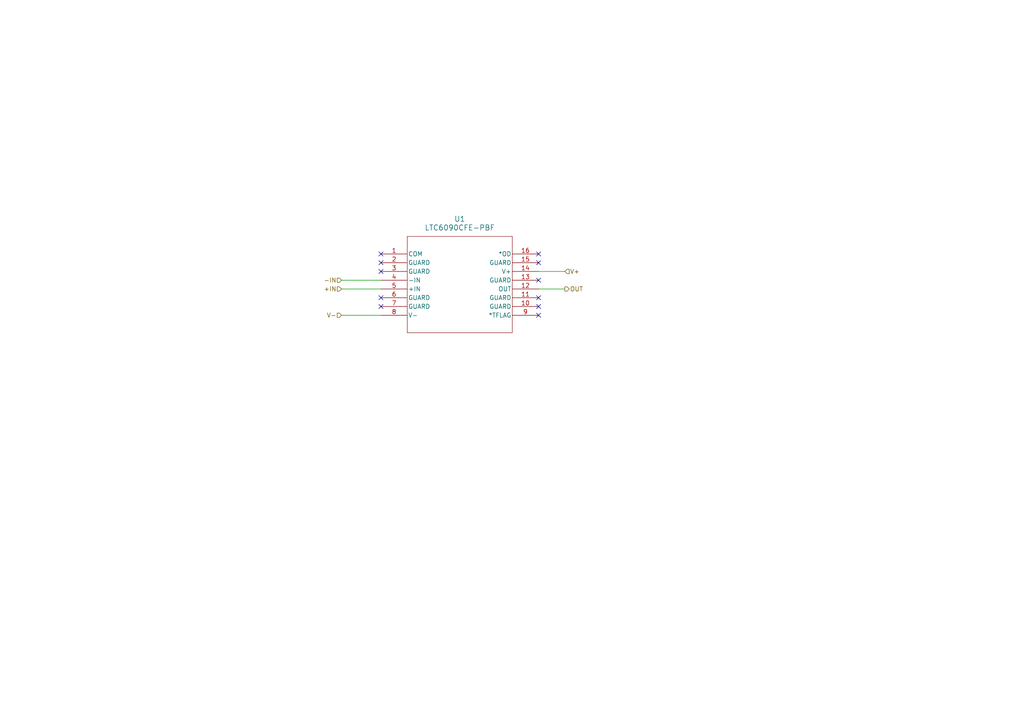
<source format=kicad_sch>
(kicad_sch (version 20231120) (generator "eeschema") (generator_version "8.0")
  (paper "A4")
  (lib_symbols
    (symbol "LTC6090CFE_PBF:LTC6090CFE-PBF" (pin_names (offset 0.254))
      (property "Reference" "U" (at 22.86 10.16 0))
      (property "Value" "LTC6090CFE-PBF" (at 22.86 7.62 0))
      (symbol "LTC6090CFE-PBF_0_1"
        (polyline (pts (xy 7.62 -22.86) (xy 38.1 -22.86)) (stroke (width 0.127)))
        (polyline (pts (xy 7.62 5.08) (xy 7.62 -22.86)) (stroke (width 0.127)))
        (polyline (pts (xy 38.1 -22.86) (xy 38.1 5.08)) (stroke (width 0.127)))
        (polyline (pts (xy 38.1 5.08) (xy 7.62 5.08)) (stroke (width 0.127)))
        (pin unspecified line (at 0 0 0) (length 7.62) (name "COM") (number "1"))
        (pin unspecified line (at 45.72 -15.24 180) (length 7.62) (name "GUARD") (number "10"))
        (pin unspecified line (at 45.72 -12.7 180) (length 7.62) (name "GUARD") (number "11"))
        (pin output line (at 45.72 -10.16 180) (length 7.62) (name "OUT") (number "12"))
        (pin unspecified line (at 45.72 -7.62 180) (length 7.62) (name "GUARD") (number "13"))
        (pin power_in line (at 45.72 -5.08 180) (length 7.62) (name "V+") (number "14"))
        (pin unspecified line (at 45.72 -2.54 180) (length 7.62) (name "GUARD") (number "15"))
        (pin output line (at 45.72 0 180) (length 7.62) (name "*OD") (number "16"))
        (pin unspecified line (at 0 -2.54 0) (length 7.62) (name "GUARD") (number "2"))
        (pin unspecified line (at 0 -5.08 0) (length 7.62) (name "GUARD") (number "3"))
        (pin input line (at 0 -7.62 0) (length 7.62) (name "-IN") (number "4"))
        (pin input line (at 0 -10.16 0) (length 7.62) (name "+IN") (number "5"))
        (pin unspecified line (at 0 -12.7 0) (length 7.62) (name "GUARD") (number "6"))
        (pin unspecified line (at 0 -15.24 0) (length 7.62) (name "GUARD") (number "7"))
        (pin power_in line (at 0 -17.78 0) (length 7.62) (name "V-") (number "8"))
        (pin output line (at 45.72 -17.78 180) (length 7.62) (name "*TFLAG") (number "9"))
      )
    )
  )
  (no_connect (at 110.49 73.66))
  (no_connect (at 110.49 78.74))
  (no_connect (at 110.49 88.9))
  (no_connect (at 156.21 88.9))
  (no_connect (at 156.21 73.66))
  (no_connect (at 156.21 91.44))
  (no_connect (at 156.21 86.36))
  (no_connect (at 110.49 86.36))
  (no_connect (at 156.21 81.28))
  (no_connect (at 110.49 76.2))
  (no_connect (at 156.21 76.2))
  (wire (pts (xy 99.06 81.28) (xy 110.49 81.28)))
  (wire (pts (xy 156.21 83.82) (xy 163.83 83.82)))
  (wire (pts (xy 99.06 91.44) (xy 110.49 91.44)))
  (wire (pts (xy 99.06 83.82) (xy 110.49 83.82)))
  (wire (pts (xy 156.21 78.74) (xy 163.83 78.74)))
  (hierarchical_label "V+" (shape input) (at 163.83 78.74 0))
  (hierarchical_label "+IN" (shape input) (at 99.06 83.82 180))
  (hierarchical_label "-IN" (shape input) (at 99.06 81.28 180))
  (hierarchical_label "V-" (shape input) (at 99.06 91.44 180))
  (hierarchical_label "OUT" (shape output) (at 163.83 83.82 0))
  (symbol (lib_id "LTC6090CFE_PBF:LTC6090CFE-PBF") (at 110.49 73.66 0) (unit 1)
    (property "Reference" "U1" (at 133.35 63.5 0) (effects (font (size 1.524 1.524))))
    (property "Value" "LTC6090CFE-PBF" (at 133.35 66.04 0) (effects (font (size 1.524 1.524))))
    (property "Footprint" "TSSOP-16_FE/BA_LIT" (effects (hide yes)))
    (property "Datasheet" "LTC6090CFE-PBF" (effects (hide yes)))
  )
)
</source>
